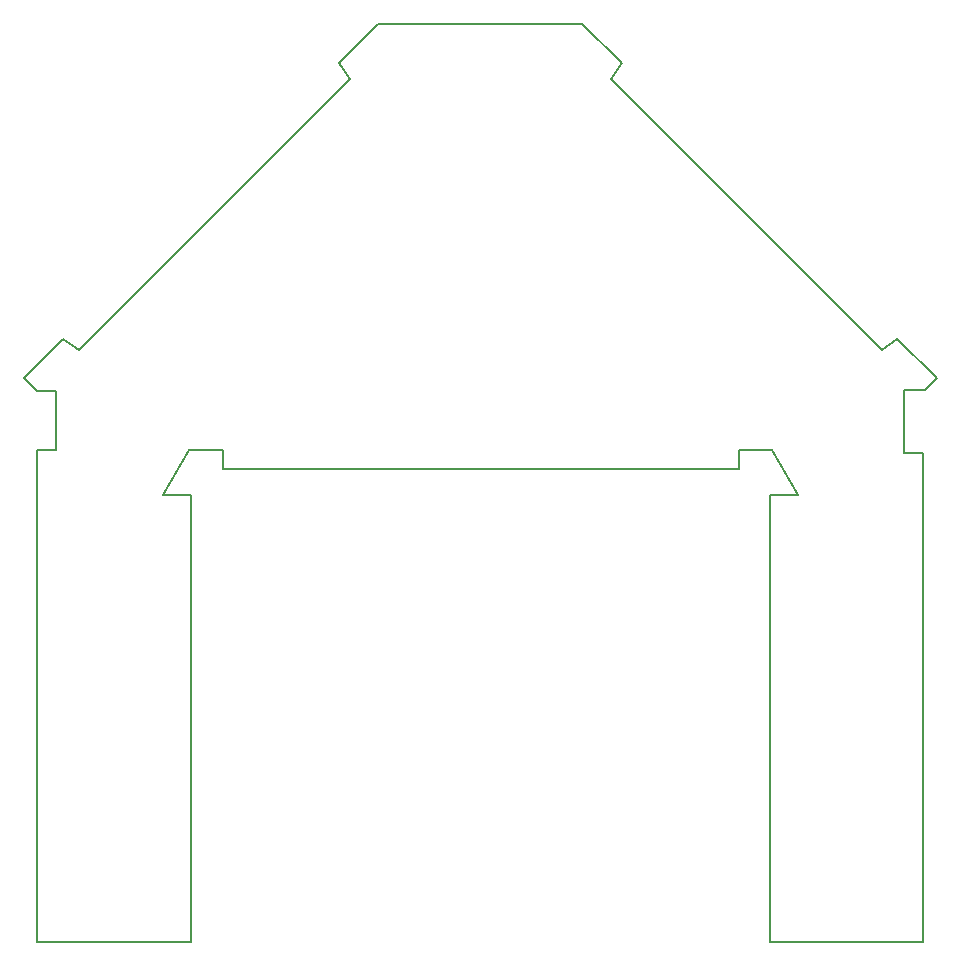
<source format=gbr>
%TF.GenerationSoftware,KiCad,Pcbnew,(5.1.8)-1*%
%TF.CreationDate,2021-12-10T09:03:27+01:00*%
%TF.ProjectId,FirePlaceFrontwall,46697265-506c-4616-9365-46726f6e7477,rev?*%
%TF.SameCoordinates,Original*%
%TF.FileFunction,Profile,NP*%
%FSLAX46Y46*%
G04 Gerber Fmt 4.6, Leading zero omitted, Abs format (unit mm)*
G04 Created by KiCad (PCBNEW (5.1.8)-1) date 2021-12-10 09:03:27*
%MOMM*%
%LPD*%
G01*
G04 APERTURE LIST*
%TA.AperFunction,Profile*%
%ADD10C,0.200000*%
%TD*%
G04 APERTURE END LIST*
D10*
X81965800Y-51562000D02*
X84785200Y-51562000D01*
X35458400Y-51562000D02*
X38277800Y-51562000D01*
X87020400Y-55372000D02*
X84785200Y-51562000D01*
X33223200Y-55372000D02*
X35458400Y-51562000D01*
X38277800Y-51562000D02*
X38277800Y-53213000D01*
X33223200Y-55372000D02*
X35610800Y-55372000D01*
X81965800Y-51562000D02*
X81965800Y-53213000D01*
X84632800Y-55372000D02*
X87020400Y-55372000D01*
X87606000Y-93218000D02*
X84606000Y-93218000D01*
X22606000Y-46618000D02*
X21474630Y-45486600D01*
X68737400Y-15486600D02*
X51474600Y-15486600D01*
X84606000Y-91618000D02*
X84606000Y-93218000D01*
X51474600Y-15486600D02*
X48133000Y-18821400D01*
X24759920Y-42199560D02*
X26111200Y-43116500D01*
X38277800Y-53213000D02*
X81965800Y-53213000D01*
X32606000Y-93218000D02*
X35606000Y-93218000D01*
X21474630Y-45486600D02*
X24759920Y-42199560D01*
X35606000Y-91618000D02*
X35606000Y-93218000D01*
X68737400Y-15486600D02*
X72085200Y-18796000D01*
X22606000Y-51618000D02*
X24206000Y-51618000D01*
X97754440Y-46466760D02*
X98737400Y-45486600D01*
X24206000Y-51618000D02*
X24206000Y-46618000D01*
X95402400Y-42164000D02*
X94081600Y-43078400D01*
X72085200Y-18796000D02*
X71145400Y-20142200D01*
X98737400Y-45486600D02*
X95402400Y-42164000D01*
X48133000Y-18821400D02*
X49060100Y-20154900D01*
X97606000Y-93218000D02*
X97606000Y-91618000D01*
X97606000Y-93218000D02*
X87606000Y-93218000D01*
X97607120Y-51816000D02*
X96012000Y-51816000D01*
X97606000Y-91618000D02*
X97607120Y-51816000D01*
X94081600Y-43078400D02*
X71145400Y-20142200D01*
X35606000Y-91618000D02*
X35610800Y-55372000D01*
X96014540Y-46466760D02*
X97754440Y-46466760D01*
X96012000Y-51816000D02*
X96014540Y-46466760D01*
X84606000Y-91618000D02*
X84632800Y-55372000D01*
X24206000Y-46618000D02*
X22606000Y-46618000D01*
X26111200Y-43116500D02*
X49060100Y-20154900D01*
X22606000Y-93218000D02*
X22606000Y-91618000D01*
X22606000Y-91618000D02*
X22606000Y-51618000D01*
X22606000Y-93218000D02*
X32606000Y-93218000D01*
M02*

</source>
